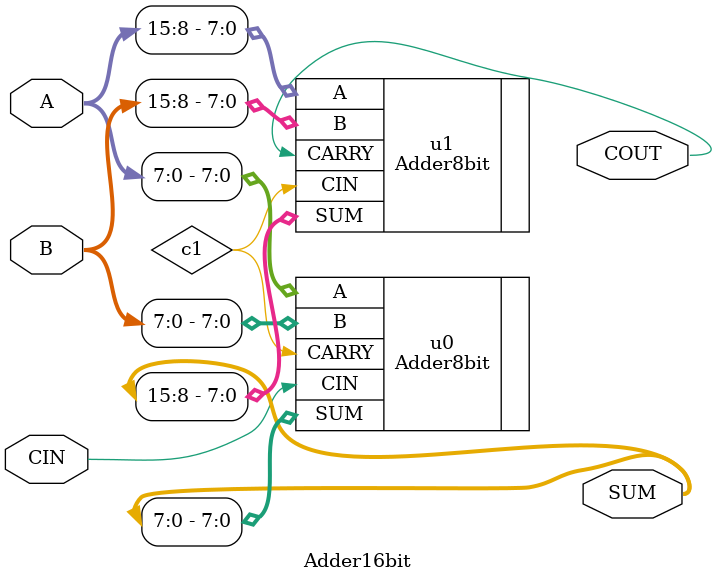
<source format=v>
`timescale 1ns / 1ps
module Adder16bit(
    input [15:0] A,
    input [15:0] B,
    input CIN,
    output [15:0] SUM,
    output COUT
    );
wire c1;

Adder8bit u0 (
		.A(A[7:0]), 
		.B(B[7:0]), 
		.CIN(CIN), 
		.SUM(SUM[7:0]), 
		.CARRY(c1)
	);

Adder8bit u1 (
		.A(A[15:8]), 
		.B(B[15:8]), 
		.CIN(c1), 
		.SUM(SUM[15:8]), 
		.CARRY(COUT)
	);


endmodule

</source>
